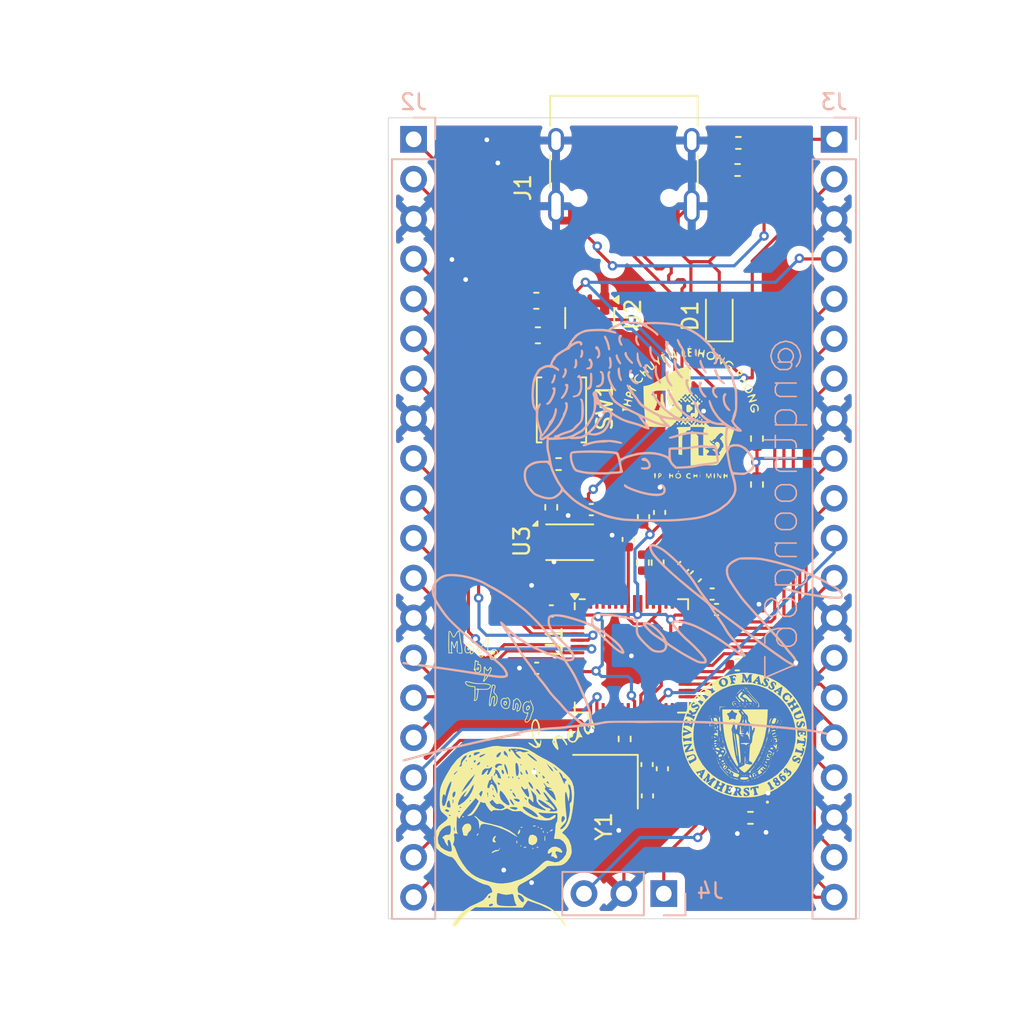
<source format=kicad_pcb>
(kicad_pcb (version 20241229) (generator "pcbnew") (generator_version "9.0")
  (layers (0 "F.Cu" signal) (2 "B.Cu" signal) (13 "F.Paste" user) (15 "B.Paste" user) (5 "F.SilkS" user "F.Silkscreen") (7 "B.SilkS" user "B.Silkscreen") (1 "F.Mask" user) (3 "B.Mask" user) (25 "Edge.Cuts" user))
  (net 0 "")
  (net 1 "+3.3V")
  (net 2 "GND")
  (net 3 "+1V1")
  (net 4 "VSYS")
  (net 5 "XIN")
  (net 6 "Net-(C18-Pad2)")
  (net 7 "VBUS")
  (net 8 "GPIO22")
  (net 9 "USB_D+")
  (net 10 "USB_D-")
  (net 11 "Net-(J1-CC2)")
  (net 12 "Net-(J1-CC1)")
  (net 13 "GPIO11")
  (net 14 "GPIO14")
  (net 15 "GPIO6")
  (net 16 "GPIO4")
  (net 17 "GPIO3")
  (net 18 "GPIO5")
  (net 19 "GPIO2")
  (net 20 "GPIO15")
  (net 21 "GPIO7")
  (net 22 "GPIO9")
  (net 23 "GPIO12")
  (net 24 "GPIO10")
  (net 25 "GPIO1")
  (net 26 "GPIO8")
  (net 27 "GPIO0")
  (net 28 "GPIO13")
  (net 29 "GPIO16")
  (net 30 "GPIO28_ADC2")
  (net 31 "GPIO21")
  (net 32 "GPIO17")
  (net 33 "GPIO27_ADC1")
  (net 34 "GPIO24")
  (net 35 "GPIO18")
  (net 36 "GPIO23")
  (net 37 "GPIO19")
  (net 38 "GPIO20")
  (net 39 "GPIO26_ADC0")
  (net 40 "RUN")
  (net 41 "SWD")
  (net 42 "SWCLK")
  (net 43 "Net-(U1-USB_DP)")
  (net 44 "Net-(U1-USB_DM)")
  (net 45 "XOUT")
  (net 46 "QSPI_SS")
  (net 47 "Net-(R7-Pad2)")
  (net 49 "GPIO29_ADC3")
  (net 50 "QSPI_SD1")
  (net 51 "QSPI_SD2")
  (net 52 "QSPI_SD0")
  (net 53 "QSPI_SD3")
  (net 54 "QSPI_SCLK")
  (net 55 "Net-(D2-A)")
  (footprint "Resistor_SMD:R_0402_1005Metric" (layer "F.Cu") (at 123.06 144.575 180)
    (property "Reference" "R10" (hide yes))
    (property "Value" "470")
  )
  (footprint "Capacitor_SMD:C_0402_1005Metric" (layer "F.Cu") (at 116.5 143.175 90)
    (property "Reference" "C18" (hide yes))
    (property "Value" "33 pF")
  )
  (footprint "decor:test2" (layer "F.Cu") (at 108.137777 135.841014)
    (property "Reference" "G***" (hide yes))
    (property "Value" "LOGO" (hide yes))
  )
  (footprint "decor:lhp logo" (layer "F.Cu") (at 119.225 119.175)
    (property "Reference" "G***" (hide yes))
    (property "Value" "LOGO" (hide yes))
  )
  (footprint "Connector_USB:USB_C_Receptacle_HRO_TYPE-C-31-M-12" (layer "F.Cu") (at 115 102.5 180)
    (property "Reference" "J1")
    (property "Value" "USB_C_Receptacle_USB2.0_14P")
  )
  (footprint "Resistor_SMD:R_0402_1005Metric" (layer "F.Cu") (at 116.21 128.325 90)
    (property "Reference" "R3" (hide yes))
    (property "Value" "27")
  )
  (footprint "Resistor_SMD:R_0402_1005Metric" (layer "F.Cu") (at 115.05 139.55 90)
    (property "Reference" "R5" (hide yes))
    (property "Value" "1k")
  )
  (footprint "decor:umass logo" (layer "F.Cu") (at 122.675 139.325)
    (property "Reference" "G***" (hide yes))
    (property "Value" "LOGO" (hide yes))
  )
  (footprint "Capacitor_SMD:C_0402_1005Metric" (layer "F.Cu") (at 122.22 134.825)
    (property "Reference" "C2" (hide yes))
    (property "Value" "0.1 uF")
  )
  (footprint "Resistor_SMD:R_0402_1005Metric" (layer "F.Cu") (at 123.475 120.425 -90)
    (property "Reference" "R8" (hide yes))
    (property "Value" "5k6")
  )
  (footprint "Capacitor_SMD:C_0402_1005Metric" (layer "F.Cu") (at 112.925 124.95 180)
    (property "Reference" "C10" (hide yes))
    (property "Value" "0.1 uF")
  )
  (footprint "Resistor_SMD:R_0402_1005Metric" (layer "F.Cu") (at 123.475 123.35 -90)
    (property "Reference" "R9" (hide yes))
    (property "Value" "10k")
  )
  (footprint "Capacitor_SMD:C_0402_1005Metric" (layer "F.Cu") (at 110.38 131.4 180)
    (property "Reference" "C1" (hide yes))
    (property "Value" "0.1 uF")
  )
  (footprint "Capacitor_SMD:C_0603_1608Metric" (layer "F.Cu") (at 109.425 111.65 180)
    (property "Reference" "C16" (hide yes))
    (property "Value" "10 uF")
  )
  (footprint "Package_SON:Winbond_USON-8-1EP_3x2mm_P0.5mm_EP0.2x1.6mm" (layer "F.Cu") (at 111.55 127.025)
    (property "Reference" "U3")
    (property "Value" "W25Q16JVZPIQ TR")
  )
  (footprint "Capacitor_SMD:C_0402_1005Metric" (layer "F.Cu") (at 117.275 125.13 90)
    (property "Reference" "C5" (hide yes))
    (property "Value" "0.1 uF")
  )
  (footprint "Resistor_SMD:R_0402_1005Metric" (layer "F.Cu") (at 110.84 122.05 180)
    (property "Reference" "R7" (hide yes))
    (property "Value" "1k")
  )
  (footprint "Resistor_SMD:R_0402_1005Metric" (layer "F.Cu") (at 122.29 101.6)
    (property "Reference" "R2" (hide yes))
    (property "Value" "5.1k")
  )
  (footprint "Capacitor_SMD:C_0402_1005Metric" (layer "F.Cu") (at 117.45 141.45 -90)
    (property "Reference" "C13" (hide yes))
    (property "Value" "0.1 uF")
  )
  (footprint "Diode_SMD:D_SOD-323" (layer "F.Cu") (at 121.075 112.625 90)
    (property "Reference" "D1")
    (property "Value" "1N4148WS")
  )
  (footprint "Capacitor_SMD:C_0402_1005Metric" (layer "F.Cu") (at 111.15 142.3 -90)
    (property "Reference" "C17" (hide yes))
    (property "Value" "33 pF")
  )
  (footprint "Capacitor_SMD:C_0603_1608Metric" (layer "F.Cu") (at 109.525 113.85 180)
    (property "Reference" "C15" (hide yes))
    (property "Value" "10 uF")
  )
  (footprint "Capacitor_SMD:C_0402_1005Metric" (layer "F.Cu") (at 109.45 135.05 180)
    (property "Reference" "C4" (hide yes))
    (property "Value" "0.1 uF")
  )
  (footprint "Capacitor_SMD:C_0402_1005Metric" (layer "F.Cu") (at 118.78 128.6 45)
    (property "Reference" "C14" (hide yes))
    (property "Value" "1 uF")
  )
  (footprint "Capacitor_SMD:C_0402_1005Metric" (layer "F.Cu") (at 120.9 131.3125)
    (property "Reference" "C3" (hide yes))
    (property "Value" "0.1 uF")
  )
  (footprint "Button_Switch_SMD:SW_Push_SPST_NO_Alps_SKRK" (layer "F.Cu") (at 111.025 118.6 -90)
    (property "Reference" "SW1")
    (property "Value" "SW_Push")
  )
  (footprint "Capacitor_SMD:C_0402_1005Metric" (layer "F.Cu") (at 119.58 129.2 45)
    (property "Reference" "C9" (hide yes))
    (property "Value" "1 uF")
  )
  (footprint "Resistor_SMD:R_0402_1005Metric" (layer "F.Cu") (at 122.24 103.325)
    (property "Reference" "R1" (hide yes))
    (property "Value" "5.1k")
  )
  (footprint "Capacitor_SMD:C_0402_1005Metric" (layer "F.Cu") (at 116.475 141.18 -90)
    (property "Reference" "C8" (hide yes))
    (property "Value" "0.1 uF")
  )
  (footprint "Capacitor_SMD:C_0402_1005Metric" (layer "F.Cu") (at 116.25 125.4 90)
    (property "Reference" "C6" (hide yes))
    (property "Value" "0.1 uF")
  )
  (footprint "Crystal:Crystal_SMD_3225-4Pin_3.2x2.5mm" (layer "F.Cu") (at 113.825 142.275 180)
    (property "Reference" "Y1")
    (property "Value" "12 MHz" (hide yes))
  )
  (footprint "Resistor_SMD:R_0402_1005Metric" (layer "F.Cu") (at 117.15 128.325 -90)
    (property "Reference" "R4" (hide yes))
    (property "Value" "27")
  )
  (footprint "Capacitor_SMD:C_0402_1005Metric" (layer "F.Cu") (at 120.62 130.325)
    (property "Reference" "C7" (hide yes))
    (property "Value" "0.1 uF")
  )
  (footprint "Package_TO_SOT_SMD:SOT-23" (layer "F.Cu") (at 112.825 112.75 -90)
    (property "Reference" "U2")
    (property "Value" "MCP1700x-330xxTT")
  )
  (footprint "Resistor_SMD:R_0402_1005Metric" (layer "F.Cu") (at 110.375 124.8 -90)
    (property "Reference" "R6" (hide yes))
    (property "Value" "10k")
  )
  (footprint "LOGO" (layer "F.Cu") (at 107.128393 144.705883)
    (property "Reference" "G***")
    (property "Value" "LOGO" (hide yes))
  )
  (footprint "Package_DFN_QFN:QFN-56-1EP_7x7mm_P0.4mm_EP3.2x3.2mm" (layer "F.Cu") (at 115.48 134.2625)
    (property "Reference" "U1")
    (property "Value" "RP2040" (hide yes))
  )
  (footprint "Capacitor_SMD:C_0402_1005Metric" (layer "F.Cu") (at 115.275 126.85 90)
    (property "Reference" "C12" (hide yes))
    (property "Value" "0.1 uF")
  )
  (footprint "LED_SMD:LED_0402_1005Metric" (layer "F.Cu") (at 123.05 143.575 180)
    (property "Reference" "D2" (hide yes))
    (property "Value" "LED")
  )
  (footprint "decor:sign" (layer "B.Cu") (at 114.915 126.48817 180)
    (property "Reference" "G***" (hide yes))
    (property "Value" "LOGO" (hide yes))
  )
  (footprint "Connector_PinHeader_2.54mm:PinHeader_1x20_P2.54mm_Vertical" (layer "B.Cu") (at 128.39 101.37 180)
    (property "Reference" "J3")
    (property "Value" "Conn_01x20")
  )
  (footprint "Connector_PinHeader_2.54mm:PinHeader_1x20_P2.54mm_Vertical" (layer "B.Cu") (at 101.61 101.37 180)
    (property "Reference" "J2")
    (property "Value" "Conn_01x20")
  )
  (footprint "Connector_PinHeader_2.54mm:PinHeader_1x03_P2.54mm_Vertical" (layer "B.Cu") (at 117.54 149.4 90)
    (property "Reference" "J4")
    (property "Value" "Conn_01x03")
  )
  (gr_rect (start 100 100) (end 130 151) (stroke (width 0.05)) (fill no) (layer "Edge.Cuts"))
  (gr_text "@nqthoong867" (at 126.225 113.775 90) (layer "B.SilkS") (effects (font (size 2 2) (thickness 0.1)) (justify left bottom mirror)))
  (segment (start 117.885226 130.0865) (end 117.681 130.290726) (width 0.2) (layer "F.Cu") (net 1))
  (segment (start 115.68 130.825) (end 115.68 131.43) (width 0.2) (layer "F.Cu") (net 1))
  (segment (start 113.405 125.845) (end 112.975 126.275) (width 0.2) (layer "F.Cu") (net 1))
  (segment (start 111.875 111.8125) (end 111.875 111.15) (width 0.2) (layer "F.Cu") (net 1))
  (segment (start 112.745 124.29) (end 110.375 124.29) (width 0.2) (layer "F.Cu") (net 1))
  (segment (start 119.240589 129.539411) (end 119.354411 129.539411) (width 0.2) (layer "F.Cu") (net 1))
  (segment (start 113.461 125.789) (end 116.159 125.789) (width 0.2) (layer "F.Cu") (net 1))
  (segment (start 113.263264 131.6625) (end 113.362503 131.761739) (width 0.2) (layer "F.Cu") (net 1))
  (segment (start 118.9175 131.6625) (end 120.07 131.6625) (width 0.2) (layer "F.Cu") (net 1))
  (segment (start 117.681 130.290726) (end 117.681 130.775) (width 0.2) (layer "F.Cu") (net 1))
  (segment (start 118.2125 135.2625) (end 117.983723 135.033723) (width 0.2) (layer "F.Cu") (net 1))
  (segment (start 111.1225 131.6625) (end 110.86 131.4) (width 0.2) (layer "F.Cu") (net 1))
  (segment (start 118.267892 131.6625) (end 117.983723 131.946669) (width 0.2) (layer "F.Cu") (net 1))
  (segment (start 115.68 137.155) (end 115.48 136.955) (width 0.2) (layer "F.Cu") (net 1))
  (segment (start 116.08 130.825) (end 116.08 131.42) (width 0.2) (layer "F.Cu") (net 1))
  (segment (start 115.68 137.7) (end 115.68 139.905) (width 0.2) (layer "F.Cu") (net 1))
  (segment (start 116.660735 126.535735) (end 116.660735 126.290735) (width 0.2) (layer "F.Cu") (net 1))
  (segment (start 118.9175 135.2625) (end 118.2125 135.2625) (width 0.2) (layer "F.Cu") (net 1))
  (segment (start 120.42 131.3125) (end 120.42 130.605) (width 0.2) (layer "F.Cu") (net 1))
  (segment (start 112.0425 135.2625) (end 113.1875 135.2625) (width 0.2) (layer "F.Cu") (net 1))
  (segment (start 110.2 111.65) (end 111.7125 111.65) (width 0.2) (layer "F.Cu") (net 1))
  (segment (start 118.9175 135.2625) (end 121.3025 135.2625) (width 0.2) (layer "F.Cu") (net 1))
  (segment (start 112.975 126.275) (end 113.461 125.789) (width 0.2) (layer "F.Cu") (net 1))
  (segment (start 118.58 130.325) (end 118.08 130.825) (width 0.2) (layer "F.Cu") (net 1))
  (segment (start 117.275 125.92147) (end 116.660735 126.535735) (width 0.2) (layer "F.Cu") (net 1))
  (segment (start 119.354411 129.539411) (end 120.14 130.325) (width 0.2) (layer "F.Cu") (net 1))
  (segment (start 118.08 130.825) (end 118.9175 131.6625) (width 0.2) (layer "F.Cu") (net 1))
  (segment (start 116.660735 126.290735) (end 116.25 125.88) (width 0.2) (layer "F.Cu") (net 1))
  (segment (start 116.08 131.42) (end 115.875 131.625) (width 0.2) (layer "F.Cu") (net 1))
  (segment (start 113.405 124.95) (end 112.745 124.29) (width 0.2) (layer "F.Cu") (net 1))
  (segment (start 115.68 131.43) (end 115.875 131.625) (width 0.2) (layer "F.Cu") (net 1))
  (segment (start 115.48 136.955) (end 115.48 136.782729) (width 0.2) (layer "F.Cu") (net 1))
  (segment (start 120.42 130.605) (end 120.14 130.325) (width 0.2) (layer "F.Cu") (net 1))
  (segment (start 113.05 123.65) (end 112.745 123.955) (width 0.2) (layer "F.Cu") (net 1))
  (segment (start 111.875 111.15) (end 112.55 110.475) (width 0.2) (layer "F.Cu") (net 1))
  (segment (start 121.3025 135.2625) (end 121.74 134.825) (width 0.2) (layer "F.Cu") (net 1))
  (segment (start 120.14 130.325) (end 118.58 130.325) (width 0.2) (layer "F.Cu") (net 1))
  (segment (start 112.0425 135.2625) (end 110.6625 135.2625) (width 0.2) (layer "F.Cu") (net 1))
  (segment (start 128.39 108.99) (end 126.215 108.99) (width 0.2) (layer "F.Cu") (net 1))
  (segment (start 118.9175 131.6625) (end 118.267892 131.6625) (width 0.2) (layer "F.Cu") (net 1))
  (segment (start 120.07 131.6625) (end 120.42 131.3125) (width 0.2) (layer "F.Cu") (net 1))
  (segment (start 117.68 130.825) (end 118.08 130.825) (width 0.2) (layer "F.Cu") (net 1))
  (segment (start 112.745 123.955) (end 112.745 124.29) (width 0.2) (layer "F.Cu") (net 1))
  (segment (start 115.68 137.7) (end 115.68 137.155) (width 0.2) (layer "F.Cu") (net 1))
  (segment (start 119.240589 129.539411) (end 118.6935 130.0865) (width 0.2) (layer "F.Cu") (net 1))
  (segment (start 112.0425 131.6625) (end 111.1225 131.6625) (width 0.2) (layer "F.Cu") (net 1))
  (segment (start 113.070137 135.379863) (end 113.225 135.225) (width 0.2) (layer "F.Cu") (net 1))
  (segment (start 113.405 124.95) (end 113.405 125.845) (width 0.2) (layer "F.Cu") (net 1))
  (segment (start 118.6935 130.0865) (end 117.885226 130.0865) (width 0.2) (layer "F.Cu") (net 1))
  (segment (start 111.7125 111.65) (end 111.875 111.8125) (width 0.2) (layer "F.Cu") (net 1))
  (segment (start 117.275 125.61) (end 117.275 125.92147) (width 0.2) (layer "F.Cu") (net 1))
  (segment (start 110.45 135.05) (end 109.93 135.05) (width 0.2) (layer "F.Cu") (net 1))
  (segment (start 115.68 139.905) (end 116.475 140.7) (width 0.2) (layer "F.Cu") (net 1))
  (segment (start 113.1875 135.2625) (end 113.225 135.225) (width 0.2) (layer "F.Cu") (net 1))
  (segment (start 112.0425 131.6625) (end 113.263264 131.6625) (width 0.2) (layer "F.Cu") (net 1))
  (segment (start 117.983723 135.033723) (end 117.983723 131.946669) (width 0.2) (layer "F.Cu") (net 1))
  (segment (start 116.660735 126.535735) (end 116.660735 126.469265) (width 0.2) (layer "F.Cu") (net 1))
  (segment (start 110.6625 135.2625) (end 110.45 135.05) (width 0.2) (layer "F.Cu") (net 1))
  (segment (start 116.159 125.789) (end 116.25 125.88) (width 0.2) (layer "F.Cu") (net 1))
  (segment (start 126.215 108.99) (end 126.175 108.95) (width 0.2) (layer "F.Cu") (net 1))
  (via (at 126.175 108.95) (size 0.6) (drill 0.3) (layers "F.Cu" "B.Cu") (net 1))
  (via (at 117.983723 131.946669) (size 0.6) (drill 0.3) (layers "F.Cu" "B.Cu") (net 1))
  (via (at 115.48 136.782729) (size 0.6) (drill 0.3) (layers "F.Cu" "B.Cu") (net 1))
  (via (at 116.660735 126.535735) (size 0.6) (drill 0.3) (layers "F.Cu" "B.Cu") (net 1))
  (via (at 115.875 131.625) (size 0.6) (drill 0.3) (layers "F.Cu" "B.Cu") (net 1))
  (via (at 112.55 110.475) (size 0.6) (drill 0.3) (layers "F.Cu" "B.Cu") (net 1))
  (via (at 113.362503 131.761739) (size 0.6) (drill 0.3) (layers "F.Cu" "B.Cu") (net 1))
  (via (at 113.05 123.65) (size 0.6) (drill 0.3) (layers "F.Cu" "B.Cu") (net 1))
  (via (at 113.225 135.225) (size 0.6) (drill 0.3) (layers "F.Cu" "B.Cu") (net 1))
  (segment (start 115.226057 113.451) (end 115.5089 113.451) (width 0.2) (layer "B.Cu") (net 1))
  (segment (start 113.575 135.575) (end 113.225 135.225) (width 0.2) (layer "B.Cu") (net 1))
  (segment (start 116.460082 126.736388) (end 116.660735 126.535735) (width 0.2) (layer "B.Cu") (net 1))
  (segment (start 113.626 132.025236) (end 113.362503 131.761739) (width 0.2) (layer "B.Cu") (net 1))
  (segment (start 126.175 108.95) (end 124.65 110.475) (width 0.2) (layer "B.Cu") (net 1))
  (segment (start 112.55 110.475) (end 114.874 112.799) (width 0.2) (layer "B.Cu") (net 1))
  (segment (start 115.48 135.78) (end 115.275 135.575) (width 0.2) (layer "B.Cu") (net 1))
  (segment (start 115.705384 127.471773) (end 116.440769 126.736388) (width 0.2) (layer "B.Cu") (net 1))
  (segment (start 115.275 135.575) (end 113.575 135.575) (width 0.2) (layer "B.Cu") (net 1))
  (segment (start 116.440769 126.736388) (end 116.460082 126.736388) (width 0.2) (layer "B.Cu") (net 1))
  (segment (start 124.65 110.475) (end 112.55 110.475) (width 0.2) (layer "B.Cu") (net 1))
  (segment (start 115.875 129.7) (end 115.705384 129.530384) (width 0.2) (layer "B.Cu") (net 1))
  (segment (start 113.362503 131.761739) (end 113.499242 131.625) (width 0.2) (layer "B.Cu") (net 1))
  (segment (start 114.874 112.799) (end 114.874 113.098943) (width 0.2) (layer "B.Cu") (net 1))
  (segment (start 117.983723 131.946669) (end 117.662054 131.625) (width 0.2) (layer "B.Cu") (net 1))
  (segment (start 113.225 135.225) (end 113.626 134.824) (width 0.2) (layer "B.Cu") (net 1))
  (segment (start 117.662054 131.625) (end 115.875 131.625) (width 0.2) (layer "B.Cu") (net 1))
  (segment (start 114.874 113.098943) (end 115.226057 113.451) (width 0.2) (layer "B.Cu") (net 1))
  (segment (start 113.499242 131.625) (end 115.875 131.625) (width 0.2) (layer "B.Cu") (net 1))
  (segment (start 115.705384 129.530384) (end 115.705384 127.471773) (width 0.2) (layer "B.Cu") (net 1))
  (segment (start 115.5089 113.451) (end 117.5 115.4421) (width 0.2) (layer "B.Cu") (net 1))
  (segment (start 113.626 134.824) (end 113.626 132.025236) (width 0.2) (layer "B.Cu") (net 1))
  (segment (start 115.48 136.782729) (end 115.48 135.78) (width 0.2) (layer "B.Cu") (net 1))
  (segment (start 115.875 131.625) (end 115.875 129.7) (width 0.2) (layer "B.Cu") (net 1))
  (segment (start 117.5 119.2) (end 113.05 123.65) (width 0.2) (layer "B.Cu") (net 1))
  (segment (start 117.5 115.4421) (end 117.5 119.2) (width 0.2) (layer "B.Cu") (net 1))
  (segment (start 115 149.4) (end 115 145.7) (width 0.2) (layer "F.Cu") (net 2))
  (segment (start 128.39 131.85) (end 125.95 134.29) (width 0.2) (layer "F.Cu") (net 2))
  (segment (start 117.275 124.65) (end 117.275 123.55) (width 0.2) (layer "F.Cu") (net 2))
  (segment (start 117.18 141.66) (end 117.45 141.93) (width 0.2) (layer "F.Cu") (net 2))
  (segment (start 114.48 135.2625) (end 115.48 134.2625) (width 0.2) (layer "F.Cu") (net 2))
  (segment (start 116.475 141.66) (end 117.18 141.66) (width 0.2) (layer "F.Cu") (net 2))
  (segment (start 114.925 143.125) (end 114.925 145.125) (width 0.2) (layer "F.Cu") (net 2))
  (segment (start 104.05 108.89) (end 104.05 109.025) (width 0.2) (layer "F.Cu") (net 2))
  (segment (start 111.15 141.82) (end 109.445 141.82) (width 0.2) (layer "F.Cu") (net 2))
  (segment (start 114.455 126.37) (end 114.25 126.575) (width 0.2) (layer "F.Cu") (net 2))
  (segment (start 117.275 123.55) (end 117.3 123.525) (width 0.2) (layer "F.Cu") (net 2))
  (segment (start 110.125 127.851472) (end 110.549 128.275472) (width 0.2) (layer "F.Cu") (net 2))
  (segment (start 111.825 124.95) (end 111.45 125.325) (width 0.2) (layer "F.Cu") (net 2))
  (segment (start 109.9 130.55) (end 109.125 129.775) (width 0.2) (layer "F.Cu") (net 2))
  (segment (start 125.825 134.825) (end 125.95 134.7) (width 0.2) (layer "F.Cu") (net 2))
  (segment (start 112.445 124.95) (end 111.825 124.95) (width 0.2) (layer "F.Cu") (net 2))
  (segment (start 115 145.7) (end 114.675 145.375) (width 0.2) (layer "F.Cu") (net 2))
  (segment (start 115.275 126.37) (end 114.455 126.37) (width 0.2) (layer "F.Cu") (net 2))
  (segment (start 119.165 105.63) (end 118.25 106.545) (width 0.2) (layer "F.Cu") (net 2))
  (segment (start 109.445 141.82) (end 109.275 141.65) (width 0.2) (layer "F.Cu") (net 2))
  (segment (start 112.33 141.82) (end 112.725 141.425) (width 0.2) (layer "F.Cu") (net 2))
  (segment (start 109.9 131.4) (end 109.9 130.55) (width 0.2) (layer "F.Cu") (net 2))
  (segment (start 108.361 135.05) (end 108.35 135.039) (width 0.2) (layer "F.Cu") (net 2))
  (segment (start 121.38 131.3125) (end 123.2625 131.3125) (width 0.2) (layer "F.Cu") (net 2))
  (segment (start 122.7 134.825) (end 125.825 134.825) (width 0.2) (layer "F.Cu") (net 2))
  (segment (start 111.15 141.82) (end 112.33 141.82) (width 0.2) (layer "F.Cu") (net 2))
  (segment (start 101.61 106.45) (end 104.05 108.89) (width 0.2) (layer "F.Cu") (net 2))
  (segment (start 123.2625 131.3125) (end 123.6 130.975) (width 0.2) (layer "F.Cu") (net 2))
  (segment (start 125.95 134.29) (end 125.95 134.7) (width 0.2) (layer "F.Cu") (net 2))
  (segment (start 110.125 127.775) (end 110.125 127.851472) (width 0.2) (layer "F.Cu") (net 2))
  (segment (start 114.925 145.125) (end 114.675 145.375) (width 0.2) (layer "F.Cu") (net 2))
  (segment (start 108.97 135.05) (end 108.361 135.05) (width 0.2) (layer "F.Cu") (net 2))
  (segment (start 114.48 137.7) (end 114.48 135.2625) (width 0.2) (layer "F.Cu") (net 2))
  (segment (start 119.32 105.63) (end 119.165 105.63) (width 0.2) (layer "F.Cu") (net 2))
  (via (at 124.175 143) (size 0.6) (drill 0.3) (layers "F.Cu" "B.Cu") (net 2))
  (via (at 107.35 147.9) (size 0.6) (drill 0.3) (layers "F.Cu" "B.Cu") (net 2))
  (via (at 120.075 118.675) (size 0.6) (drill 0.3) (layers "F.Cu" "B.Cu") (net 2))
  (via (at 113.5 118.9) (size 0.6) (drill 0.3) (layers "F.Cu" "B.Cu") (net 2))
  (via (at 109.125 129.775) (size 0.6) (drill 0.3) (layers "F.Cu" "B.Cu") (net 2))
  (via (at 121.975 142.775) (size 0.6) (drill 0.3) (layers "F.Cu" "B.Cu") (net 2))
  (via (at 117.3 123.525) (size 0.6) (drill 0.3) (layers "F.Cu" "B.Cu") (net 2))
  (via (at 111.45 125.325) (size 0.6) (drill 0.3) (layers "F.Cu" "B.Cu") (net 2))
  (via (at 109.125 148.7) (size 0.6) (drill 0.3) (layers "F.Cu" "B.Cu") (net 2))
  (via (at 114.25 126.575) (size 0.6) (drill 0.3) (layers "F.Cu" "B.Cu") (net 2))
  (via (at 110.549 128.275472) (size 0.6) (drill 0.3) (layers "F.Cu" "B.Cu") (net 2))
  (via (at 112.95 139.025) (size 0.6) (drill 0.3) (layers "F.Cu" "B.Cu") (net 2))
  (via (at 115.475 116.425) (size 0.6) (drill 0.3) (layers "F.Cu" "B.Cu") (net 2))
  (via (at 122.225 145.575) (size 0.6) (drill 0.3) (layers "F.Cu" "B.Cu") (net 2))
  (via (at 106.975 102.875) (size 0.6) (drill 0.3) (layers "F.Cu" "B.Cu") (net 2))
  (via (at 115.48 134.2625) (size 0.6) (drill 0.3) (layers "F.Cu" "B.Cu") (net 2))
  (via (at 108.35 135.039) (size 0.6) (drill 0.3) (layers "F.Cu" "B.Cu") (net 2))
  (via (at 125.95 134.7) (size 0.6) (drill 0.3) (layers "F.Cu" "B.Cu") (net 2))
  (via (at 106.275 101.4) (size 0.6) (drill 0.3) (layers "F.Cu" "B.Cu") (net 2))
  (via (at 104.925 110.3) (size 0.6) (drill 0.3) (layers "F.Cu" "B.Cu") (net 2))
  (via (at 109.275 141.65) (size 0.6) (drill 0.3) (layers "F.Cu" "B.Cu") (net 2))
  (via (at 123.6 130.975) (size 0.6) (drill 0.3) (layers "F.Cu" "B.Cu") (net 2))
  (via (at 104.05 109.025) (size 0.6) (drill 0.3) (layers "F.Cu" "B.Cu") (net 2))
  (via (at 114.675 145.375) (size 0.6) (drill 0.3) (layers "F.Cu" "B.Cu") (net 2))
  (via (at 124.05 145.5) (size 0.6) (drill 0.3) (layers "F.Cu" "B.Cu") (net 2))
  (segment (start 109.125 129.699472) (end 109.125 129.775) (width 0.2) (layer "B.Cu") (net 2))
  (segment (start 108.35 135.039) (end 104.799 135.039) (width 0.2) (layer "B.Cu") (net 2))
  (segment (start 110.549 128.275472) (end 109.125 129.699472) (width 0.2) (layer "B.Cu") (net 2))
  (segment (start 114.25 126.575) (end 117.3 123.525) (width 0.2) (layer "B.Cu") (net 2))
  (segment (start 104.799 135.039) (end 101.61 131.85) (width 0.2) (layer "B.Cu") (net 2))
  (segment (start 117.28 131.445) (end 116.7875 131.9375) (width 0.2) (layer "F.Cu") (net 3))
  (segment (start 115.28 131.360274) (end 115.28 130.825) (width 0.2) (layer "F.Cu") (net 3))
  (segment (start 116.7875 131.9375) (end 116.499 132.226) (width 0.2) (layer "F.Cu") (net 3))
  (segment (start 115.28 127.335) (end 115.275 127.33) (width 0.2) (layer "F.Cu") (net 3))
  (segment (start 117.0195 136.525) (end 117.381 136.1635) (width 0.2) (layer "F.Cu") (net 3))
  (segment (start 116.08 137.7) (end 116.08 139.320001) (width 0.2) (layer "F.Cu") (net 3))
  (segment (start 117.28 130.1) (end 118.440589 128.939411) (width 0.2) (layer "F.Cu") (net 3))
  (segment (start 117.28 130.825) (end 117.28 131.445) (width 0.2) (layer "F.Cu") (net 3))
  (segment (start 115.626057 132.226) (end 115.274 131.873943) (width 0.2) (layer "F.Cu") (net 3))
  (segment (start 117.45 140.690001) (end 117.45 140.97) (width 0.2) (layer "F.Cu") (net 3))
  (segment (start 117.381 132.531) (end 116.7875 131.9375) (width 0.2) (layer "F.Cu") (net 3))
  (segment (start 116.08 137.7) (end 116.08 136.77) (width 0.2) (layer "F.Cu") (net 3))
  (segment (start 116.325 136.525) (end 117.0195 136.525) (width 0.2) (layer "F.Cu") (net 3))
  (segment (start 115.28 130.825) (end 115.28 127.335) (width 0.2) (layer "F.Cu") (net 3))
  (segment (start 115.274 131.366274) (end 115.28 131.360274) (width 0.2) (layer "F.Cu") (net 3))
  (segment (start 116.08 136.77) (end 116.325 136.525) (width 0.2) (layer "F.Cu") (net 3))
  (segment (start 117.28 130.825) (end 117.28 130.1) (width 0.2) (layer "F.Cu") (net 3))
  (segment (start 116.08 139.320001) (end 117.45 140.690001) (width 0.2) (layer "F.Cu") (net 3))
  (segment (start 116.499 132.226) (end 115.626057 132.226) (width 0.2) (layer "F.Cu") (net 3))
  (segment (start 117.381 136.1635) (end 117.381 132.531) (width 0.2) (layer "F.Cu") (net 3))
  (segment (start 115.274 131.873943) (end 115.274 131.366274) (width 0.2) (layer "F.Cu") (net 3))
  (segment (start 121.075 115.025) (end 121.075 113.675) (width 0.2) (layer "F.Cu") (net 4))
  (segment (start 113.6625 112.85) (end 115.475 112.85) (width 0.2) (layer "F.Cu") (net 4))
  (segment (start 123.175 109.125) (end 123.175 116.56) (width 0.2) (layer "F.Cu") (net 4))
  (segment (start 128.39 103.91) (end 123.175 109.125) (width 0.2) (layer "F.Cu") (net 4))
  (segment (start 123.175 116.56) (end 122.64 116.56) (width 0.2) (layer "F.Cu") (net 4))
  (segment (start 112.825 113.6875) (end 113.6625 112.85) (width 0.2) (layer "F.Cu") (net 4))
  (segment (start 112.6625 113.85) (end 112.825 113.6875) (width 0.2) (layer "F.Cu") (net 4))
  (segment (start 110.3 113.85) (end 112.6625 113.85) (width 0.2) (layer "F.Cu") (net 4))
  (segment (start 122.64 116.56) (end 122.625 116.575) (width 0.2) (layer "F.Cu") (net 4))
  (segment (start 122.625 116.575) (end 121.075 115.025) (width 0.2) (layer "F.Cu") (net 4))
  (via (at 115.475 112.85) (size 0.6) (drill 0.3) (layers "F.Cu" "B.Cu") (net 4))
  (via (at 122.625 116.575) (size 0.6) (drill 0.3) (layers "F.Cu" "B.Cu") (net 4))
  (segment (start 115.475 112.85) (end 119.185 116.56) (width 0.2) (layer "B.Cu") (net 4))
  (segment (start 122.625 116.575) (end 122.61 116.56) (width 0.2) (layer "B.Cu") (net 4))
  (segment (start 122.61 116.56) (end 119.185 116.56) (width 0.2) (layer "B.Cu") (net 4))
  (segment (start 114.88 138.27) (end 114.393951 138.756049) (width 0.2) (layer "F.Cu") (net 5))
  (segment (start 112.38 142.78) (end 112.725 143.125) (width 0.2) (layer "F.Cu") (net 5))
  (segment (start 114.393951 138.756049) (end 114.393951 140.369889) (width 0.2) (layer "F.Cu") (net 5))
  (segment (start 114.88 137.7) (end 114.88 138.27) (width 0.2) (layer "F.Cu") (net 5))
  (segment (start 111.15 142.78) (end 112.38 142.78) (width 0.2) (layer "F.Cu") (net 5))
  (segment (start 113.924 140.83984) (end 113.924 141.926) (width 0.2) (layer "F.Cu") (net 5))
  (segment (start 113.924 141.926) (end 112.725 143.125) (width 0.2) (layer "F.Cu") (net 5))
  (segment (start 114.393951 140.369889) (end 113.924 140.83984) (width 0.2) (layer "F.Cu") (net 5))
  (segment (start 115.23 141.425) (end 114.925 141.425) (width 0.2) (layer "F.Cu") (net 6))
  (segment (start 115.05 141.3) (end 114.925 141.425) (width 0.2) (layer "F.Cu") (net 6))
  (segment (start 115.05 140.06) (end 115.05 141.3) (width 0.2) (layer "F.Cu") (net 6))
  (segment (start 116.5 142.695) (end 115.23 141.425) (width 0.2) (layer "F.Cu") (net 6))
  (segment (start 123.6875 105.8875) (end 120.415 109.16) (width 0.2) (layer "F.Cu") (net 7))
  (segment (start 123.475 119.915) (end 119.266402 115.706402) (width 0.2) (layer "F.Cu") (net 7))
  (segment (start 121.075 109.825) (end 121.075 111.575) (width 0.2) (layer "F.Cu") (net 7))
  (segment (start 124.15 105.425) (end 124.15 102.85) (width 0.2) (layer "F.Cu") (net 7))
  (segment (start 112.55 107.42) (end 113.305 108.175) (width 0.2) (layer "F.Cu") (net 7))
  (segment (start 119.1025 109.1225) (end 117.45 107.47) (width 0.2) (layer "F.Cu") (net 7))
  (segment (start 113.305 108.175) (end 113.305 108.455) (width 0.2) (layer "F.Cu") (net 7))
  (segment (start 119.1025 109.1225) (end 119.14 109.16) (width 0.2) (layer "F.Cu") (net 7))
  (segment (start 123.6875 105.8875) (end 124.15 105.425) (width 0.2) (layer "F.Cu") (net 7))
  (segment (start 124.15 102.85) (end 125.63 101.37) (width 0.2) (layer "F.Cu") (net 7))
  (segment (start 112.55 106.545) (end 112.55 107.42) (width 0.2) (layer "F.Cu") (net 7))
  (segment (start 119.266402 109.286402) (end 119.1025 109.1225) (width 0.2) (layer "F.Cu") (net 7))
  (segment (start 119.266402 115.706402) (end 119.266402 109.286402) (width 0.2) (layer "F.Cu") (net 7))
  (segment (start 123.925735 107.525735) (end 123.925735 106.125735) (width 0.2) (layer "F.Cu") (net 7))
  (segment (start 125.63 101.37) (end 128.39 101.37) (width 0.2) (layer "F.Cu") (net 7))
  (segment (start 113.305 108.455) (end 114.275 109.425) (width 0.2) (layer "F.Cu") (net 7))
  (segment (start 120.415 109.16) (end 120.415 109.165) (width 0.2) (layer "F.Cu") (net 7))
  (segment (start 119.14 109.16) (end 120.415 109.16) (width 0.2) (layer "F.Cu") (net 7))
  (segment (start 123.925735 106.125735) (end 123.6875 105.8875) (width 0.2) (layer "F.Cu") (net 7))
  (segment (start 117.45 107.47) (end 117.45 106.545) (width 0.2) (layer "F.Cu") (net 7))
  (segment (start 120.415 109.165) (end 121.075 109.825) (width 0.2) (layer "F.Cu") (net 7))
  (via (at 114.275 109.425) (size 0.6) (drill 0.3) (layers "F.Cu" "B.Cu") (net 7))
  (via (at 113.305 108.175) (size 0.6) (drill 0.3) (layers "F.Cu" "B.Cu") (net 7))
  (via (at 123.925735 107.525735) (size 0.6) (drill 0.3) (layers "F.Cu" "B.Cu") (net 7))
  (segment (start 114.275 109.425) (end 122.02647 109.425) (width 0.2) (layer "B.Cu") (net 7))
  (segment (start 122.02647 109.425) (end 123.925735 107.525735) (width 0.2) (layer "B.Cu") (net 7))
  (segment (start 127 132.3) (end 127 130.7) (width 0.2) (layer "F.Cu") (net 8))
  (segment (start 121.375 134.125) (end 125.175 134.125) (width 0.2) (layer "F.Cu") (net 8))
  (segment (start 118.9175 134.8625) (end 120.6375 134.8625) (width 0.2) (layer "F.Cu") (net 8))
  (segment (start 127 130.7) (end 128.39 129.31) (width 0.2) (layer "F.Cu") (net 8))
  (segment (start 125.175 134.125) (end 127 132.3) (width 0.2) (layer "F.Cu") (net 8))
  (segment (start 120.6375 134.8625) (end 121.375 134.125) (width 0.2) (layer "F.Cu") (net 8))
  (segment (start 114.25 105.568) (end 114.25 106.545) (width 0.2) (layer "F.Cu") (net 9))
  (segment (start 116.509 127.536) (end 116.509 127.49566) (width 0.2) (layer "F.Cu") (net 9))
  (segment (start 115.079098 108.418198) (end 114.299 107.6381) (width 0.2) (layer "F.Cu") (net 9))
  (segment (start 116.23 127.815) (end 116.509 127.536) (width 0.2) (layer "F.Cu") (net 9))
  (segment (start 118.25 125.795) (end 118.25 111.418198) (width 0.2) (layer "F.Cu") (net 9))
  (segment (start 115.25 105.568) (end 115.201 105.519) (width 0.2) (layer "F.Cu") (net 9))
  (segment (start 114.299 107.6381) (end 114.299 105.519) (width 0.2) (layer "F.Cu") (net 9))
  (segment (start 115.25 106.545) (end 115.25 107.17) (width 0.2) (layer "F.Cu") (net 9))
  (segment (start 116.509 127.49566) (end 116.76066 127.244) (width 0.2) (layer "F.Cu") (net 9))
  (segment (start 115.201 107.17) (end 115.201 105.519) (width 0.2) (layer "F.Cu") (net 9))
  (segment (start 115.201 105.519) (end 114.299 105.519) (width 0.2) (layer "F.Cu") (net 9))
  (segment (start 116.801 127.244) (end 118.25 125.795) (width 0.2) (layer "F.Cu") (net 9))
  (segment (start 116.76066 127.244) (end 116.801 127.244) (width 0.2) (layer "F.Cu") (net 9))
  (segment (start 115.25 107.17) (end 115.201 107.17) (width 0.2) (layer "F.Cu") (net 9))
  (segment (start 115.25 108.418198) (end 115.079098 108.418198) (width 0.2) (layer "F.Cu") (net 9))
  (segment (start 115.25 106.545) (end 115.25 105.568) (width 0.2) (layer "F.Cu") (net 9))
  (segment (start 118.25 111.418198) (end 115.25 108.418198) (width 0.2) (layer "F.Cu") (net 9))
  (segment (start 114.299 105.519) (end 114.25 105.568) (width 0.2) (layer "F.Cu") (net 9))
  (segment (start 117.592591 109.454211) (end 117.427205 109.619596) (width 0.2) (layer "F.Cu") (net 10))
  (segment (start 114.75 106.545) (end 114.75 107.522) (width 0.2) (layer "F.Cu") (net 10))
  (segment (start 118.865402 110.726987) (end 118.865402 110.387575) (width 0.2) (layer "F.Cu") (net 10))
  (segment (start 117.087794 109.619596) (end 116.370273 108.902075) (width 0.2) (layer "F.Cu") (net 10))
  (segment (start 118.7 111.799999) (end 118.7 110.89239) (width 0.2) (layer "F.Cu") (net 10))
  (segment (start 118.016856 109.539064) (end 117.932003 109.454211) (width 0.2) (layer "F.Cu") (net 10))
  (segment (start 118.7 125.981397) (end 118.7 111.799999) (width 0.2) (layer "F.Cu") (net 10))
  (segment (start 118.441137 110.302722) (end 118.275734 110.468124) (width 0.2) (layer "F.Cu") (net 10))
  (segment (start 115.700001 108.231803) (end 115.700001 106.594999) (width 0.2) (layer "F.Cu") (net 10))
  (segment (start 114.75 107.522) (end 114.799 107.571) (width 0.2) (layer "F.Cu") (net 10))
  (segment (start 118.865402 110.387575) (end 118.780549 110.302722) (width 0.2) (layer "F.Cu") (net 10))
  (segment (start 114.799 107.571) (end 115.701 107.571) (width 0.2) (layer "F.Cu") (net 10))
  (segment (start 117.932003 109.454211) (end 117.592591 109.454211) (width 0.2) (layer "F.Cu") (net 10))
  (segment (start 117.427205 109.619596) (end 117.087794 109.619596) (width 0.2) (layer "F.Cu") (net 10))
  (segment (start 117.13 127.551397) (end 118.7 125.981397) (width 0.2) (layer "F.Cu") (net 10))
  (segment (start 117.851471 110.383273) (end 117.851471 110.043861) (width 0.2) (layer "F.Cu") (net 10))
  (segment (start 115.701 107.571) (end 115.75 107.522) (width 0.2) (layer "F.Cu") (net 10))
  (segment (start 118.780549 110.302722) (end 118.441137 110.302722) (width 0.2) (layer "F.Cu") (net 10))
  (segment (start 118.7 110.89239) (end 118.865402 110.726987) (width 0.2) (layer "F.Cu") (net 10))
  (segment (start 117.851471 110.043861) (end 118.016856 109.878475) (width 0.2) (layer "F.Cu") (net 10))
  (segment (start 117.936322 110.468124) (end 117.851471 110.383273) (width 0.2) (layer "F.Cu") (net 10))
  (segment (start 118.275734 110.468124) (end 117.936322 110.468124) (width 0.2) (layer "F.Cu") (net 10))
  (segment (start 117.13 127.815) (end 117.13 127.551397) (width 0.2) (layer "F.Cu") (net 10))
  (segment (start 116.370273 108.902075) (end 115.700001 108.231803) (width 0.2) (layer "F.Cu") (net 10))
  (segment (start 118.016856 109.878475) (end 118.016856 109.539064) (width 0.2) (layer "F.Cu") (net 10))
  (segment (start 115.75 107.522) (end 115.75 106.545) (width 0.2) (layer "F.Cu") (net 10))
  (segment (start 115.700001 106.594999) (end 115.75 106.545) (width 0.2) (layer "F.Cu") (net 10))
  (segment (start 115.894 102.924) (end 113.25 105.568) (width 0.2) (layer "F.Cu") (net 11))
  (segment (start 113.25 105.568) (end 113.25 106.545) (width 0.2) (layer "F.Cu") (net 11))
  (segment (start 121.78 101.6) (end 120.456 102.924) (width 0.2) (layer "F.Cu") (net 11))
  (segment (start 120.456 102.924) (end 115.894 102.924) (width 0.2) (layer "F.Cu") (net 11))
  (segment (start 118.493 103.325) (end 121.73 103.325) (width 0.2) (layer "F.Cu") (net 12))
  (segment (start 116.25 106.545) (end 116.25 105.568) (width 0.2) (layer "F.Cu") (net 12))
  (segment (start 116.25 105.568) (end 118.493 103.325) (width 0.2) (layer "F.Cu") (net 12))
  (segment (start 112.0425 136.8625) (end 101.6775 136.8625) (width 0.2) (layer "F.Cu") (net 13))
  (segment (start 101.6775 136.8625) (end 101.61 136.93) (width 0.2) (layer "F.Cu") (net 13))
  (segment (start 112.702 139.675) (end 113.575 139.675) (width 0.2) (layer "F.Cu") (net 14))
  (segment (start 113.575 139.675) (end 113.575 138.425) (width 0.2) (layer "F.Cu") (net 14))
  (segment (start 112.676 139.649) (end 112.702 139.675) (width 0.2) (layer "F.Cu") (net 14))
  (segment (start 113.68 138.32) (end 113.68 137.7) (width 0.2) (layer "F.Cu") (net 14))
  (segment (start 102.949 141.2589) (end 104.5589 139.649) (width 0.2) (layer "F.Cu") (net 14))
  (segment (start 101.61 147.09) (end 102.949 145.751) (width 0.2) (layer "F.Cu") (net 14))
  (segment (start 113.575 138.425) (end 113.68 138.32) (width 0.2) (layer "F.Cu") (net 14))
  (segment (start 102.949 145.751) (end 102.949 141.2589) (width 0.2) (layer "F.Cu") (net 14))
  (segment (start 104.5589 139.649) (end 112.676 139.649) (width 0.2) (layer "F.Cu") (net 14))
  (segment (start 111.0125 134.4625) (end 110.5 133.95) (width 0.2) (layer "F.Cu") (net 15))
  (segment (start 104.278 124.358) (end 101.61 121.69) (width 0.2) (layer "F.Cu") (net 15))
  (segment (start 104.278 133.6517) (end 104.278 124.358) (width 0.2) (layer "F.Cu") (net 15))
  (segment (start 112.0425 134.4625) (end 111.0125 134.4625) (width 0.2) (layer "F.Cu") (net 15))
  (segment (start 107.55 133.95) (end 106.7 134.8) (width 0.2) (layer "F.Cu") (net 15))
  (segment (start 105.4263 134.8) (end 104.278 133.6517) (width 0.2) (layer "F.Cu") (net 15))
  (segment (start 110.5 133.95) (end 107.55 133.95) (width 0.2) (layer "F.Cu") (net 15))
  (segment (start 106.7 134.8) (end 105.4263 134.8) (width 0.2) (layer "F.Cu") (net 15))
  (segment (start 112.789874 133.6625) (end 112.94554 133.818166) (width 0.2) (layer "F.Cu") (net 16))
  (segment (start 105.1 117.56) (end 101.61 114.07) (width 0.2) (layer "F.Cu") (net 16))
  (segment (start 105.55 133.175) (end 105.1 132.725) (width 0.2) (layer "F.Cu") (net 16))
  (segment (start 105.1 132.725) (end 105.1 117.56) (width 0.2) (layer "F.Cu") (net 16))
  (segment (start 112.0425 133.6625) (end 112.789874 133.6625) (width 0.2) (layer "F.Cu") (net 16))
  (via (at 112.94554 133.818166) (size 0.6) (drill 0.3) (layers "F.Cu" "B.Cu") (net 16))
  (via (at 105.55 133.175) (size 0.6) (drill 0.3) (layers "F.Cu" "B.Cu") (net 16))
  (segment (start 112.94554 133.818166) (end 106.118166 133.818166) (width 0.2) (layer "B.Cu") (net 16))
  (segment (start 106.118166 133.818166) (end 105.55 133.25) (width 0.2) (layer "B.Cu") (net 16))
  (segment (start 105.55 133.25) (end 105.55 133.175) (width 0.2) (layer "B.Cu") (net 16))
  (segment (start 112.0425 133.2625) (end 112.7125 133.2625) (width 0.2) (layer "F.Cu") (net 17))
  (segment (start 112.7125 133.2625) (end 113.025 132.95) (width 0.2) (layer "F.Cu") (net 17))
  (segment (start 105.75 115.67) (end 101.61 111.53) (width 0.2) (layer "F.Cu") (net 17))
  (segment (start 105.75 130.575) (end 105.75 115.67) (width 0.2) (layer "F.Cu") (net 17))
  (via (at 113.025 132.95) (size 0.6) (drill 0.3) (layers "F.Cu" "B.Cu") (net 17))
  (via (at 105.75 130.575) (size 0.6) (drill 0.3) (layers "F.Cu" "B.Cu") (net 17))
  (segment (start 105.775 132.475) (end 105.775 130.6) (width 0.2) (layer "B.Cu") (net 17))
  (segment (start 106.25 132.95) (end 105.775 132.475) (width 0.2) (layer "B.Cu") (net 17))
  (segment (start 105.775 130.6) (end 105.75 130.575) (width 0.2) (layer "B.Cu") (net 17))
  (segment (start 113.025 132.95) (end 106.25 132.95) (width 0.2) (layer "B.Cu") (net 17))
  (segment (start 106.5829 134.35) (end 105.5434 134.35) (width 0.2) (layer "F.Cu") (net 18))
  (segment (start 105.5434 134.35) (end 104.679 133.4856) (width 0.2) (layer "F.Cu") (net 18))
  (segment (start 104.679 133.4856) (end 104.679 119.679) (width 0.2) (layer "F.Cu") (net 18))
  (segment (start 111.1875 134.0625) (end 110.674 133.549) (width 0.2) (layer "F.Cu") (net 18))
  (segment (start 107.3839 133.549) (end 106.5829 134.35) (width 0.2) (layer "F.Cu") (net 18))
  (segment (start 104.679 119.679) (end 101.61 116.61) (width 0.2) (layer "F.Cu") (net 18))
  (segment (start 110.674 133.549) (end 107.3839 133.549) (width 0.2) (layer "F.Cu") (net 18))
  (segment (start 112.0425 134.0625) (end 111.1875 134.0625) (width 0.2) (layer "F.Cu") (net 18))
  (segment (start 112.0425 132.8625) (end 109.1454 132.8625) (width 0.2) (layer "F.Cu") (net 19))
  (segment (start 109.1454 132.8625) (end 106.575 130.2921) (width 0.2) (layer "F.Cu") (net 19))
  (segment (start 106.575 130.2921) (end 106.575 113.955) (width 0.2) (layer "F.Cu") (net 19))
  (segment (start 106.575 113.955) (end 101.61 108.99) (width 0.2) (layer "F.Cu") (net 19))
  (segment (start 114.08 138.5029) (end 113.992951 138.589949) (width 0.2) (layer "F.Cu") (net 20))
  (segment (start 113.992951 140.057049) (end 113.675 140.375) (width 0.2) (layer "F.Cu") (net 20))
  (segment (start 113.992951 138.589949) (end 113.992951 140.057049) (width 0.2) (layer "F.Cu") (net 20))
  (segment (start 104.475 140.375) (end 103.4 141.45) (width 0.2) (layer "F.Cu") (net 20))
  (segment (start 103.4 141.45) (end 103.35 141.45) (width 0.2) (layer "F.Cu") (net 20))
  (segment (start 103.35 141.45) (end 103.35 147.89) (width 0.2) (layer "F.Cu") (net 20))
  (segment (start 114.08 137.7) (end 114.08 138.5029) (width 0.2) (layer "F.Cu") (net 20))
  (segment (start 103.35 147.89) (end 101.61 149.63) (width 0.2) (layer "F.Cu") (net 20))
  (segment (start 113.675 140.375) (end 104.475 140.375) (width 0.2) (layer "F.Cu") (net 20))
  (segment (start 103.877 133.8178) (end 103.877 126.497) (width 0.2) (layer "F.Cu") (net 21))
  (segment (start 105.3207 135.2615) (end 103.877 133.8178) (width 0.2) (layer "F.Cu") (net 21))
  (segment (start 107.6975 134.439) (end 106.875 135.2615) (width 0.2) (layer "F.Cu") (net 21))
  (segment (start 103.877 126.497) (end 101.61 124.23) (width 0.2) (layer "F.Cu") (net 21))
  (segment (start 112.0425 134.8625) (end 110.8296 134.8625) (width 0.2) (layer "F.Cu") (net 21))
  (segment (start 110.8296 134.8625) (end 110.4061 134.439) (width 0.2) (layer "F.Cu") (net 21))
  (segment (start 110.4061 134.439) (end 107.6975 134.439) (width 0.2) (layer "F.Cu") (net 21))
  (segment (start 106.875 135.2615) (end 105.3207 135.2615) (width 0.2) (layer "F.Cu") (net 21))
  (segment (start 103.075 134.15) (end 103.075 130.775) (width 0.2) (layer "F.Cu") (net 22))
  (segment (start 103.075 130.775) (end 101.61 129.31) (width 0.2) (layer "F.Cu") (net 22))
  (segment (start 104.9875 136.0625) (end 103.075 134.15) (width 0.2) (layer "F.Cu") (net 22))
  (segment (start 112.0425 136.0625) (end 104.9875 136.0625) (width 0.2) (layer "F.Cu") (net 22))
  (segment (start 103.38 137.7) (end 101.61 139.47) (width 0.2) (layer "F.Cu") (net 23))
  (segment (start 112.88 137.7) (end 103.38 137.7) (width 0.2) (layer "F.Cu") (net 23))
  (segment (start 103.6825 136.4625) (end 101.61 134.39) (width 0.2) (layer "F.Cu") (net 24))
  (segment (start 112.0425 136.4625) (end 103.6825 136.4625) (width 0.2) (layer "F.Cu") (net 24))
  (segment (start 107 109.3) (end 101.61 103.91) (width 0.2) (layer "F.Cu") (net 25))
  (segment (start 109.3125 132.4625) (end 107 130.15) (width 0.2) (layer "F.Cu") (net 25))
  (segment (start 112.0425 132.4625) (end 109.3125 132.4625) (width 0.2) (layer "F.Cu") (net 25))
  (segment (start 107 130.15) (end 107 109.3) (width 0.2) (layer "F.Cu") (net 25))
  (segment (start 112.0425 135.6625) (end 105.1546 135.6625) (width 0.2) (layer "F.Cu") (net 26))
  (segment (start 103.476 133.9839) (end 103.476 128.636) (width 0.2) (layer "F.Cu") (net 26))
  (segment (start 105.1546 135.6625) (end 103.476 133.9839) (width 0.2) (layer "F.Cu") (net 26))
  (segment (start 103.476 128.636) (end 101.61 126.77) (width 0.2) (layer "F.Cu") (net 26))
  (segment (start 109.62495 132.0625) (end 107.55 129.98755) (width 0.2) (layer "F.Cu") (net 27))
  (segment (start 112.0425 132.0625) (end 109.62495 132.0625) (width 0.2) (layer "F.Cu") (net 27))
  (segment (start 107.55 129.98755) (end 107.55 107.31) (width 0.2) (layer "F.Cu") (net 27))
  (segment (start 107.55 107.31) (end 101.61 101.37) (width 0.2) (layer "F.Cu") (net 27))
  (segment (start 113.28 137.7) (end 113.28 136.890033) (width 0.2) (layer "F.Cu") (net 28))
  (segment (start 113.28 136.890033) (end 113.292451 136.877582) (width 0.2) (layer "F.Cu") (net 28))
  (via (at 113.292451 136.877582) (size 0.6) (drill 0.3) (layers "F.Cu" "B.Cu") (net 28))
  (segment (start 104.67 138.95) (end 101.61 142.01) (width 0.2) (layer "B.Cu") (net 28))
  (segment (start 113.292451 136.877582) (end 111.220033 138.95) (width 0.2) (layer "B.Cu") (net 28))
  (segment (start 111.220033 138.95) (end 104.67 138.95) (width 0.2) (layer "B.Cu") (net 28))
  (segment (start 119.5832 140.70855) (end 124.44145 140.70855) (width 0.2) (layer "F.Cu") (net 29))
  (segment (start 127.187919 149.63) (end 123.449 145.891081) (width 0.2) (layer "F.Cu") (net 29))
  (segment (start 123.449 144.696) (end 123.57 144.575) (width 0.2) (layer "F.Cu") (net 29))
  (segment (start 124.44145 140.70855) (end 126.724 142.9911) (width 0.2) (layer "F.Cu") (net 29))
  (segment (start 123.449 145.891081) (end 123.449 144.696) (width 0.2) (layer "F.Cu") (net 29))
  (segment (start 117.68 137.7) (end 117.68 138.80535) (width 0.2) (layer "F.Cu") (net 29))
  (segment (start 126.724 147.964) (end 128.39 149.63) (width 0.2) (layer "F.Cu") (net 29))
  (segment (start 117.68 138.80535) (end 119.5832 140.70855) (width 0.2) (layer "F.Cu") (net 29))
  (segment (start 128.39 149.63) (end 127.187919 149.63) (width 0.2) (layer "F.Cu") (net 29))
  (segment (start 126.724 142.9911) (end 126.724 147.964) (width 0.2) (layer "F.Cu") (net 29))
  (segment (start 118.9175 132.4625) (end 120.0875 132.4625) (width 0.2) (layer "F.Cu") (net 30))
  (segment (start 124.60725 115.31275) (end 128.39 111.53) (width 0.2) (layer "F.Cu") (net 30))
  (segment (start 124.60725 131.85725) (end 124.60725 115.31275) (width 0.2) (layer "F.Cu") (net 30))
  (segment (start 124.36455 132.09995) (end 124.60725 131.85725) (width 0.2) (layer "F.Cu") (net 30))
  (segment (start 120.45005 132.09995) (end 124.36455 132.09995) (width 0.2) (layer "F.Cu") (net 30))
  (segment (start 120.0875 132.4625) (end 120.45005 132.09995) (width 0.2) (layer "F.Cu") (net 30))
  (segment (start 127.1175 135.6625) (end 128.39 134.39) (width 0.2) (layer "F.Cu") (net 31))
  (segment (start 118.9175 135.6625) (end 127.1175 135.6625) (width 0.2) (layer "F.Cu") (net 31))
  (segment (start 127.125 145.425) (end 128.39 146.69) (width 0.2) (layer "F.Cu") (net 32))
  (segment (start 118.08 137.7) (end 118.08 138.63) (width 0.2) (layer "F.Cu") (net 32))
  (segment (start 127.125 142.825) (end 127.125 145.425) (width 0.2) (layer "F.Cu") (net 32))
  (segment (start 128.39 146.69) (end 128.39 147.09) (width 0.2) (layer "F.Cu") (net 32))
  (segment (start 124.525 140.225) (end 127.125 142.825) (width 0.2) (layer "F.Cu") (net 32))
  (segment (start 119.675 140.225) (end 124.525 140.225) (width 0.2) (layer "F.Cu") (net 32))
  (segment (start 118.08 138.63) (end 119.675 140.225) (width 0.2) (layer "F.Cu") (net 32))
  (segment (start 124.53065 132.50095) (end 125.1908 131.8408) (width 0.2) (layer "F.Cu") (net 33))
  (segment (start 125.1908 117.2692) (end 128.39 114.07) (width 0.2) (layer "F.Cu") (net 33))
  (segment (start 125.1908 131.8408) (end 125.1908 117.2692) (width 0.2) (layer "F.Cu") (net 33))
  (segment (start 118.9175 132.8625) (end 120.2625 132.8625) (width 0.2) (layer "F.Cu") (net 33))
  (segment (start 120.2625 132.8625) (end 120.62405 132.50095) (width 0.2) (layer "F.Cu") (net 33))
  (segment (start 120.62405 132.50095) (end 124.53065 132.50095) (width 0.2) (layer "F.Cu") (net 33))
  (segment (start 126.198 131.9678) (end 126.198 123.882) (width 0.2) (layer "F.Cu") (net 34))
  (segment (start 124.86285 133.30295) (end 126.198 131.9678) (width 0.2) (layer "F.Cu") (net 34))
  (segment (start 123.475 120.935) (end 123.475 121.85) (width 0.2) (layer "F.Cu") (net 34))
  (segment (start 120.3033 134.0625) (end 121.06285 133.30295) (width 0.2) (layer "F.Cu") (net 34))
  (segment (start 123.475 122.84) (end 123.475 122) (width 0.2) (layer "F.Cu") (net 34))
  (segment (start 118.9175 134.0625) (end 120.3033 134.0625) (width 0.2) (layer "F.Cu") (net 34))
  (segment (start 121.06285 133.30295) (end 124.86285 133.30295) (width 0.2) (layer "F.Cu") (net 34))
  (segment (start 123.475 121.85) (end 123.4 121.925) (width 0.2) (layer "F.Cu") (net 34))
  (segment (start 126.198 123.882) (end 128.39 121.69) (width 0.2) (layer "F.Cu") (net 34))
  (segment (start 123.475 122) (end 123.4 121.925) (width 0.2) (layer "F.Cu") (net 34))
  (via (at 123.4 121.925) (size 0.6) (drill 0.3) (layers "F.Cu" "B.Cu") (net 34))
  (segment (start 123.635 121.69) (end 123.4 121.925) (width 0.2) (layer "B.Cu") (net 34))
  (segment (start 128.39 121.69) (end 123.635 121.69) (width 0.2) (layer "B.Cu") (net 34))
  (segment (start 125.775 137.4) (end 127.15 138.775) (width 0.2) (layer "F.Cu") (net 35))
  (segment (start 128.385 142.01) (end 128.39 142.01) (width 0.2) (layer "F.Cu") (net 35))
  (segment (start 127.15 140.775) (end 128.385 142.01) (width 0.2) (layer "F.Cu") (net 35))
  (segment (start 125.775 136.8625) (end 125.775 137.4) (width 0.2) (layer "F.Cu") (net 35))
  (segment (start 127.15 138.775) (end 127.15 140.775) (width 0.2) (layer "F.Cu") (net 35))
  (segment (start 118.9175 136.8625) (end 125.775 136.8625) (width 0.2) (layer "F.Cu") (net 35))
  (segment (start 121.22895 133.70395) (end 125.02895 133.70395) (width 0.2) (layer "F.Cu") (net 36))
  (segment (start 126.599 126.021) (end 128.39 124.23) (width 0.2) (layer "F.Cu") (net 36))
  (segment (start 118.9175 134.4625) (end 120.4704 134.4625) (width 0.2) (layer "F.Cu") (net 36))
  (segment (start 125.02895 133.70395) (end 126.599 132.1339) (width 0.2) (layer "F.Cu") (net 36))
  (segment (start 126.599 132.1339) (end 126.599 126.021) (width 0.2) (layer "F.Cu") (net 36))
  (segment (start 120.4704 134.4625) (end 121.22895 133.70395) (width 0.2) (layer "F.Cu") (net 36))
  (segment (start 126.0375 136.4625) (end 128.39 138.815) (width 0.2) (layer "F.Cu") (net 37))
  (segment (start 128.39 138.815) (end 128.39 139.47) (width 0.2) (layer "F.Cu") (net 37))
  (segment (start 118.9175 136.4625) (end 126.0375 136.4625) (width 0.2) (layer "F.Cu") (net 37))
  (segment (start 127.5225 136.0625) (end 128.39 136.93) (width 0.2) (layer "F.Cu") (net 38))
  (segment (start 118.9175 136.0625) (end 127.5225 136.0625) (width 0.2) (layer "F.Cu") (net 38))
  (segment (start 125.78685 119.21315) (end 128.39 116.61) (width 0.2) (layer "F.Cu") (net 39))
  (segment (start 125.78685 131.81185) (end 125.78685 119.21315) (width 0.2) (layer "F.Cu") (net 39))
  (segment (start 118.9175 133.2625) (end 120.5362 133.2625) (width 0.2) (layer "F.Cu") (net 39))
  (segment (start 120.5362 133.2625) (end 120.89675 132.90195) (width 0.2) (layer "F.Cu") (net 39))
  (segment (start 124.69675 132.90195) (end 125.78685 131.81185) (width 0.2) (layer "F.Cu") (net 39))
  (segment (start 120.89675 132.90195) (end 124.69675 132.90195) (width 0.2) (layer "F.Cu") (net 39))
  (segment (start 117.28 137.145) (end 117.825 136.6) (width 0.2) (layer "F.Cu") (net 40))
  (segment (start 117.28 137.7) (end 117.28 137.145) (width 0.2) (layer "F.Cu") (net 40))
  (via (at 117.825 136.6) (size 0.6) (drill 0.3) (layers "F.Cu" "B.Cu") (net 40))
  (segment (start 128.39 127.68224) (end 128.39 126.77) (width 0.2) (layer "B.Cu") (net 40))
  (segment (start 117.825 136.6) (end 119.47224 136.6) (width 0.2) (layer "B.Cu") (net 40))
  (segment (start 119.47224 136.6) (end 128.39 127.68224) (width 0.2) (layer "B.Cu") (net 40))
  (segment (start 120.2 141.89245) (end 120.2 145.325) (width 0.2) (layer "F.Cu") (net 41))
  (segment (start 120.2 145.325) (end 119.7 145.825) (width 0.2) (layer "F.Cu") (net 41))
  (segment (start 116.88 138.57245) (end 120.2 141.89245) (width 0.2) (layer "F.Cu") (net 41))
  (segment (start 116.88 137.7) (end 116.88 138.57245) (width 0.2) (layer "F.Cu") (net 41))
  (via (at 119.7 145.825) (size 0.6) (drill 0.3) (layers "F.Cu" "B.Cu") (net 41))
  (segment (start 116.035 145.825) (end 112.46 149.4) (width 0.2) (layer "B.Cu") (net 41))
  (segment (start 119.7 145.825) (end 116.035 145.825) (width 0.2) (layer "B.Cu") (net 41))
  (segment (start 116.48 137.7) (end 116.48 138.93) (width 0.2) (layer "F.Cu") (net 42))
  (segment (start 117.54 147.085) (end 117.54 149.4) (width 0.2) (layer "F.Cu") (net 42))
  (segment (start 119.65 142.1) (end 119.65 144.975) (width 0.2) (layer "F.Cu") (net 42))
  (segment (start 119.65 144.975) (end 117.54 147.085) (width 0.2) (layer "F.Cu") (net 42))
  (segment (start 116.48 138.93) (end 119.65 142.1) (width 0.2) (layer "F.Cu") (net 42))
  (segment (start 116.48 130.825) (end 116.48 129.105) (width 0.2) (layer "F.Cu") (net 43))
  (segment (start 116.48 129.105) (end 116.21 128.835) (width 0.2) (layer "F.Cu") (net 43))
  (segment (start 116.88 129.105) (end 117.15 128.835) (width 0.2) (layer "F.Cu") (net 44))
  (segment (start 116.88 130.825) (end 116.88 129.105) (width 0.2) (layer "F.Cu") (net 44))
  (segment (start 115.28 138.81) (end 115.05 139.04) (width 0.2) (layer "F.Cu") (net 45))
  (segment (start 115.28 137.7) (end 115.28 138.81) (width 0.2) (layer "F.Cu") (net 45))
  (segment (start 110.125 126.275) (end 110.125 125.56) (width 0.2) (layer "F.Cu") (net 46))
  (segment (start 110.125 125.56) (end 110.375 125.31) (width 0.2) (layer "F.Cu") (net 46))
  (segment (start 111.65 130.825) (end 109.676 128.851) (width 0.2) (layer "F.Cu") (net 46))
  (segment (start 108.299 128.0161) (end 108.299 127.251) (width 0.2) (layer "F.Cu") (net 46))
  (segment (start 108.299 127.251) (end 109.275 126.275) (width 0.2) (layer "F.Cu") (net 46))
  (segment (start 110.125 126.275) (end 109.3 125.45) (width 0.2) (layer "F.Cu") (net 46))
  (segment (start 109.676 128.851) (end 109.1339 128.851) (width 0.2) (layer "F.Cu") (net 46))
  (segment (start 109.1339 128.851) (end 108.299 128.0161) (width 0.2) (layer "F.Cu") (net 46))
  (segment (start 109.3 125.45) (end 109.3 124.1) (width 0.2) (layer "F.Cu") (net 46))
  (segment (start 112.88 130.825) (end 111.65 130.825) (width 0.2) (layer "F.Cu") (net 46))
  (segment (start 109.3 124.1) (end 111.35 122.05) (width 0.2) (layer "F.Cu") (net 46))
  (segment (start 109.275 126.275) (end 110.125 126.275) (width 0.2) (layer "F.Cu") (net 46))
  (segment (start 110.33 121.395) (end 111.025 120.7) (width 0.2) (layer "F.Cu") (net 47))
  (segment (start 110.33 122.05) (end 110.33 121.395) (width 0.2) (layer "F.Cu") (net 47))
  (segment (start 109.3 128.45) (end 109.3 128.425) (width 0.2) (layer "F.Cu") (net 50))
  (segment (start 109.425 126.775) (end 110.125 126.775) (width 0.2) (layer "F.Cu") (net 50))
  (segment (start 109.3 128.425) (end 108.7 127.825) (width 0.2) (layer "F.Cu") (net 50))
  (segment (start 108.7 127.825) (end 108.7 127.5) (width 0.2) (layer "F.Cu") (net 50))
  (segment (start 109.875 128.45) (end 109.3 128.45) (width 0.2) (layer "F.Cu") (net 50))
  (segment (start 112.15 129.15) (end 110.575 129.15) (width 0.2) (layer "F.Cu") (net 50))
  (segment (start 110.575 129.15) (end 109.875 128.45) (width 0.2) (layer "F.Cu") (net 50))
  (segment (start 113.28 130.28) (end 112.15 129.15) (width 0.2) (layer "F.Cu") (net 50))
  (segment (start 108.7 127.5) (end 109.425 126.775) (width 0.2) (layer "F.Cu") (net 50))
  (segment (start 113.28 130.825) (end 113.28 130.28) (width 0.2) (layer "F.Cu") (net 50))
  (segment (start 111.325 128.525) (end 111.149 128.349) (width 0.2) (layer "F.Cu") (net 51))
  (segment (start 112.15 128.525) (end 111.325 128.525) (width 0.2) (layer "F.Cu") (net 51))
  (segment (start 111.149 128.349) (end 111.149 127.833202) (width 0.2) (layer "F.Cu") (net 51))
  (segment (start 113.68 130.055) (end 112.15 128.525) (width 0.2) (layer "F.Cu") (net 51))
  (segment (start 111.149 127.833202) (end 110.590798 127.275) (width 0.2) (layer "F.Cu") (net 51))
  (segment (start 110.590798 127.275) (end 110.125 127.275) (width 0.2) (layer "F.Cu") (net 51))
  (segment (start 113.68 130.825) (end 113.68 130.055) (width 0.2) (layer "F.Cu") (net 51))
  (segment (start 114.08 128.88) (end 112.975 127.775) (width 0.2) (layer "F.Cu") (net 52))
  (segment (start 114.08 130.825) (end 114.08 128.88) (width 0.2) (layer "F.Cu") (net 52))
  (segment (start 113.507898 126.775) (end 114.88 128.147102) (width 0.2) (layer "F.Cu") (net 53))
  (segment (start 112.975 126.775) (end 113.507898 126.775) (width 0.2) (layer "F.Cu") (net 53))
  (segment (start 114.88 128.147102) (end 114.88 130.825) (width 0.2) (layer "F.Cu") (net 53))
  (segment (start 112.975 127.275) (end 113.440798 127.275) (width 0.2) (layer "F.Cu") (net 54))
  (segment (start 114.475 128.309202) (end 114.475 128.7079) (width 0.2) (layer "F.Cu") (net 54))
  (segment (start 114.48 128.7129) (end 114.475 128.7079) (width 0.2) (layer "F.Cu") (net 54))
  (segment (start 114.48 130.825) (end 114.48 128.7129) (width 0.2) (layer "F.Cu") (net 54))
  (segment (start 113.440798 127.275) (end 114.475 128.309202) (width 0.2) (layer "F.Cu") (net 54))
  (segment (start 122.565 143.575) (end 122.275 143.575) (width 0.2) (layer "F.Cu") (net 55))
  (segment (start 122.275 143.575) (end 122.1 143.75) (width 0.2) (layer "F.Cu") (net 55))
  (segment (start 122.565 144.56) (end 122.55 144.575) (width 0.2) (layer "F.Cu") (net 55))
  (segment (start 122.1 144.375) (end 122.3 144.575) (width 0.2) (layer "F.Cu") (net 55))
  (segment (start 122.3 144.575) (end 122.55 144.575) (width 0.2) (layer "F.Cu") (net 55))
  (segment (start 122.1 143.75) (end 122.1 144.375) (width 0.2) (layer "F.Cu") (net 55))
  (zone (net 2) (net_name "GND") (layers "F.Cu" "B.Cu") (connect_pads (clearance 0.5)) (min_thickness 0.25) (fill yes (thermal_gap 0.5) (thermal_bridge_width 0.5))
    (polygon (pts (xy 82.25 103.4) (xy 77.6 92.5) (xy 140.5 92.6) (xy 138.625 157.725) (xy 75.275 155.3) (xy 79.1 105)))
  )
)
</source>
